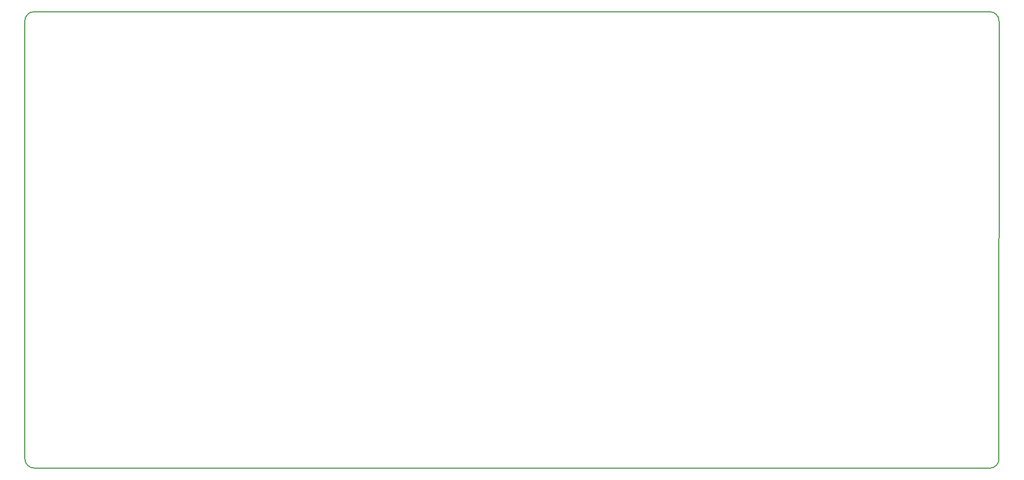
<source format=gm1>
G04 #@! TF.GenerationSoftware,KiCad,Pcbnew,8.0.1-8.0.1-1~ubuntu22.04.1*
G04 #@! TF.CreationDate,2024-04-28T00:00:29+00:00*
G04 #@! TF.ProjectId,uaeficopiedtovfr,75616566-6963-46f7-9069-6564746f7666,rev?*
G04 #@! TF.SameCoordinates,Original*
G04 #@! TF.FileFunction,Profile,NP*
%FSLAX46Y46*%
G04 Gerber Fmt 4.6, Leading zero omitted, Abs format (unit mm)*
G04 Created by KiCad (PCBNEW 8.0.1-8.0.1-1~ubuntu22.04.1) date 2024-04-28 00:00:29*
%MOMM*%
%LPD*%
G01*
G04 APERTURE LIST*
G04 #@! TA.AperFunction,Profile*
%ADD10C,0.150000*%
G04 #@! TD*
G04 APERTURE END LIST*
D10*
X48775000Y31000D02*
X158523000Y31000D01*
X160023000Y1531000D02*
G75*
G02*
X158523000Y31000I-1500000J0D01*
G01*
X-20000Y73635000D02*
X-21000Y1555000D01*
X158526000Y75132000D02*
G75*
G02*
X160026000Y73632000I0J-1500000D01*
G01*
X160026000Y73632000D02*
X160023000Y1531000D01*
X-20000Y73635000D02*
G75*
G02*
X1480000Y75135000I1500000J0D01*
G01*
X1479000Y55000D02*
X48775000Y31000D01*
X1480000Y75135000D02*
X158526000Y75132000D01*
X1479000Y55000D02*
G75*
G02*
X-21000Y1555000I0J1500000D01*
G01*
M02*

</source>
